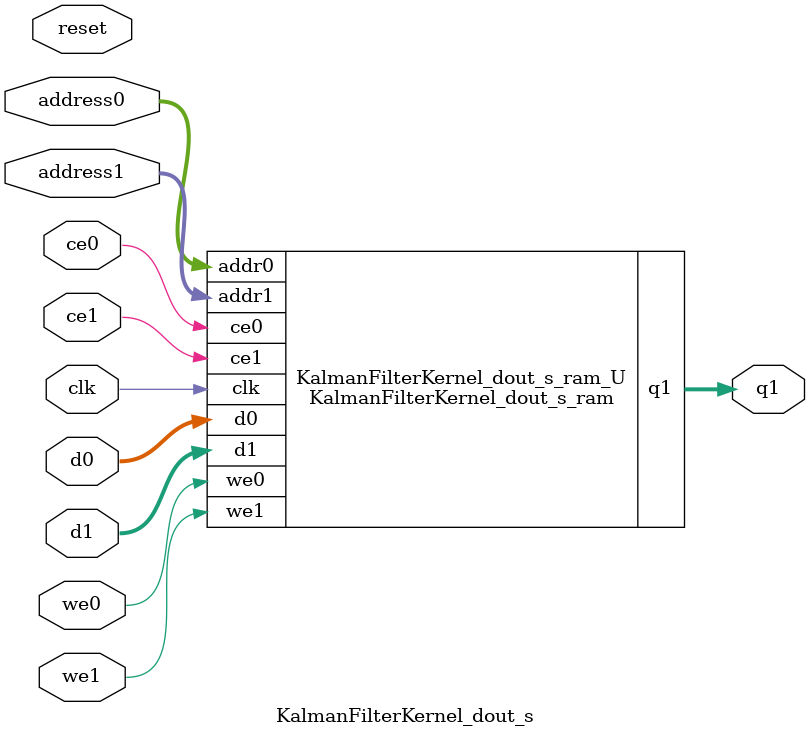
<source format=v>
`timescale 1 ns / 1 ps
module KalmanFilterKernel_dout_s_ram (addr0, ce0, d0, we0, addr1, ce1, d1, we1, q1,  clk);

parameter DWIDTH = 32;
parameter AWIDTH = 11;
parameter MEM_SIZE = 1800;

input[AWIDTH-1:0] addr0;
input ce0;
input[DWIDTH-1:0] d0;
input we0;
input[AWIDTH-1:0] addr1;
input ce1;
input[DWIDTH-1:0] d1;
input we1;
output reg[DWIDTH-1:0] q1;
input clk;

reg [DWIDTH-1:0] ram[0:MEM_SIZE-1];




always @(posedge clk)  
begin 
    if (ce0) begin
        if (we0) 
            ram[addr0] <= d0; 
    end
end


always @(posedge clk)  
begin 
    if (ce1) begin
        if (we1) 
            ram[addr1] <= d1; 
        q1 <= ram[addr1];
    end
end


endmodule

`timescale 1 ns / 1 ps
module KalmanFilterKernel_dout_s(
    reset,
    clk,
    address0,
    ce0,
    we0,
    d0,
    address1,
    ce1,
    we1,
    d1,
    q1);

parameter DataWidth = 32'd32;
parameter AddressRange = 32'd1800;
parameter AddressWidth = 32'd11;
input reset;
input clk;
input[AddressWidth - 1:0] address0;
input ce0;
input we0;
input[DataWidth - 1:0] d0;
input[AddressWidth - 1:0] address1;
input ce1;
input we1;
input[DataWidth - 1:0] d1;
output[DataWidth - 1:0] q1;



KalmanFilterKernel_dout_s_ram KalmanFilterKernel_dout_s_ram_U(
    .clk( clk ),
    .addr0( address0 ),
    .ce0( ce0 ),
    .we0( we0 ),
    .d0( d0 ),
    .addr1( address1 ),
    .ce1( ce1 ),
    .we1( we1 ),
    .d1( d1 ),
    .q1( q1 ));

endmodule


</source>
